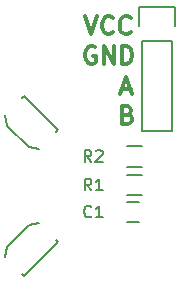
<source format=gto>
G04 #@! TF.FileFunction,Legend,Top*
%FSLAX46Y46*%
G04 Gerber Fmt 4.6, Leading zero omitted, Abs format (unit mm)*
G04 Created by KiCad (PCBNEW 4.0.4+dfsg1-stable) date Thu Jun  8 13:46:51 2017*
%MOMM*%
%LPD*%
G01*
G04 APERTURE LIST*
%ADD10C,0.100000*%
%ADD11C,0.300000*%
%ADD12C,0.150000*%
G04 APERTURE END LIST*
D10*
D11*
X127757143Y-64725000D02*
X127614286Y-64653571D01*
X127400000Y-64653571D01*
X127185715Y-64725000D01*
X127042857Y-64867857D01*
X126971429Y-65010714D01*
X126900000Y-65296429D01*
X126900000Y-65510714D01*
X126971429Y-65796429D01*
X127042857Y-65939286D01*
X127185715Y-66082143D01*
X127400000Y-66153571D01*
X127542857Y-66153571D01*
X127757143Y-66082143D01*
X127828572Y-66010714D01*
X127828572Y-65510714D01*
X127542857Y-65510714D01*
X128471429Y-66153571D02*
X128471429Y-64653571D01*
X129328572Y-66153571D01*
X129328572Y-64653571D01*
X130042858Y-66153571D02*
X130042858Y-64653571D01*
X130400001Y-64653571D01*
X130614286Y-64725000D01*
X130757144Y-64867857D01*
X130828572Y-65010714D01*
X130900001Y-65296429D01*
X130900001Y-65510714D01*
X130828572Y-65796429D01*
X130757144Y-65939286D01*
X130614286Y-66082143D01*
X130400001Y-66153571D01*
X130042858Y-66153571D01*
X130042857Y-68300000D02*
X130757143Y-68300000D01*
X129900000Y-68728571D02*
X130400000Y-67228571D01*
X130900000Y-68728571D01*
X130507143Y-70442857D02*
X130721429Y-70514286D01*
X130792857Y-70585714D01*
X130864286Y-70728571D01*
X130864286Y-70942857D01*
X130792857Y-71085714D01*
X130721429Y-71157143D01*
X130578571Y-71228571D01*
X130007143Y-71228571D01*
X130007143Y-69728571D01*
X130507143Y-69728571D01*
X130650000Y-69800000D01*
X130721429Y-69871429D01*
X130792857Y-70014286D01*
X130792857Y-70157143D01*
X130721429Y-70300000D01*
X130650000Y-70371429D01*
X130507143Y-70442857D01*
X130007143Y-70442857D01*
X126900000Y-62128571D02*
X127400000Y-63628571D01*
X127900000Y-62128571D01*
X129257143Y-63485714D02*
X129185714Y-63557143D01*
X128971428Y-63628571D01*
X128828571Y-63628571D01*
X128614286Y-63557143D01*
X128471428Y-63414286D01*
X128400000Y-63271429D01*
X128328571Y-62985714D01*
X128328571Y-62771429D01*
X128400000Y-62485714D01*
X128471428Y-62342857D01*
X128614286Y-62200000D01*
X128828571Y-62128571D01*
X128971428Y-62128571D01*
X129185714Y-62200000D01*
X129257143Y-62271429D01*
X130757143Y-63485714D02*
X130685714Y-63557143D01*
X130471428Y-63628571D01*
X130328571Y-63628571D01*
X130114286Y-63557143D01*
X129971428Y-63414286D01*
X129900000Y-63271429D01*
X129828571Y-62985714D01*
X129828571Y-62771429D01*
X129900000Y-62485714D01*
X129971428Y-62342857D01*
X130114286Y-62200000D01*
X130328571Y-62128571D01*
X130471428Y-62128571D01*
X130685714Y-62200000D01*
X130757143Y-62271429D01*
D12*
X131730000Y-64190000D02*
X131730000Y-71810000D01*
X134270000Y-64190000D02*
X134270000Y-71810000D01*
X134550000Y-61370000D02*
X134550000Y-62920000D01*
X131730000Y-71810000D02*
X134270000Y-71810000D01*
X134270000Y-64190000D02*
X131730000Y-64190000D01*
X131450000Y-62920000D02*
X131450000Y-61370000D01*
X131450000Y-61370000D02*
X134550000Y-61370000D01*
X131500000Y-77850000D02*
X130500000Y-77850000D01*
X130500000Y-79550000D02*
X131500000Y-79550000D01*
X131700000Y-77275000D02*
X130500000Y-77275000D01*
X130500000Y-75525000D02*
X131700000Y-75525000D01*
X131700000Y-74875000D02*
X130500000Y-74875000D01*
X130500000Y-73125000D02*
X131700000Y-73125000D01*
X121761185Y-68865134D02*
X121581580Y-69044739D01*
X124634867Y-71738816D02*
X121761185Y-68865134D01*
X124455262Y-71918421D02*
X124634867Y-71738816D01*
X120324344Y-71379605D02*
X120144739Y-70481580D01*
X122120395Y-73175657D02*
X120324344Y-71379605D01*
X123018421Y-73355262D02*
X122120395Y-73175657D01*
X124634866Y-81261185D02*
X124455261Y-81081580D01*
X121761184Y-84134867D02*
X124634866Y-81261185D01*
X121581579Y-83955262D02*
X121761184Y-84134867D01*
X122120395Y-79824344D02*
X123018420Y-79644739D01*
X120324343Y-81620395D02*
X122120395Y-79824344D01*
X120144738Y-82518421D02*
X120324343Y-81620395D01*
X127433334Y-79057143D02*
X127385715Y-79104762D01*
X127242858Y-79152381D01*
X127147620Y-79152381D01*
X127004762Y-79104762D01*
X126909524Y-79009524D01*
X126861905Y-78914286D01*
X126814286Y-78723810D01*
X126814286Y-78580952D01*
X126861905Y-78390476D01*
X126909524Y-78295238D01*
X127004762Y-78200000D01*
X127147620Y-78152381D01*
X127242858Y-78152381D01*
X127385715Y-78200000D01*
X127433334Y-78247619D01*
X128385715Y-79152381D02*
X127814286Y-79152381D01*
X128100000Y-79152381D02*
X128100000Y-78152381D01*
X128004762Y-78295238D01*
X127909524Y-78390476D01*
X127814286Y-78438095D01*
X127433334Y-76852381D02*
X127100000Y-76376190D01*
X126861905Y-76852381D02*
X126861905Y-75852381D01*
X127242858Y-75852381D01*
X127338096Y-75900000D01*
X127385715Y-75947619D01*
X127433334Y-76042857D01*
X127433334Y-76185714D01*
X127385715Y-76280952D01*
X127338096Y-76328571D01*
X127242858Y-76376190D01*
X126861905Y-76376190D01*
X128385715Y-76852381D02*
X127814286Y-76852381D01*
X128100000Y-76852381D02*
X128100000Y-75852381D01*
X128004762Y-75995238D01*
X127909524Y-76090476D01*
X127814286Y-76138095D01*
X127433334Y-74452381D02*
X127100000Y-73976190D01*
X126861905Y-74452381D02*
X126861905Y-73452381D01*
X127242858Y-73452381D01*
X127338096Y-73500000D01*
X127385715Y-73547619D01*
X127433334Y-73642857D01*
X127433334Y-73785714D01*
X127385715Y-73880952D01*
X127338096Y-73928571D01*
X127242858Y-73976190D01*
X126861905Y-73976190D01*
X127814286Y-73547619D02*
X127861905Y-73500000D01*
X127957143Y-73452381D01*
X128195239Y-73452381D01*
X128290477Y-73500000D01*
X128338096Y-73547619D01*
X128385715Y-73642857D01*
X128385715Y-73738095D01*
X128338096Y-73880952D01*
X127766667Y-74452381D01*
X128385715Y-74452381D01*
M02*

</source>
